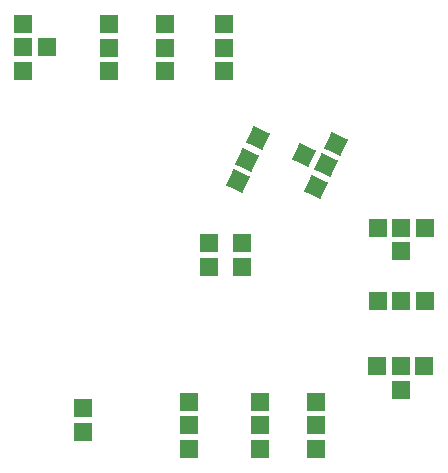
<source format=gbp>
G04 Layer: BottomPasteMaskLayer*
G04 EasyEDA v6.5.42, 2024-06-23 11:48:01*
G04 8461acd9e52441dfa5b1607b254f294a,2865ae9118a24060a17af6d01c9bcc73,10*
G04 Gerber Generator version 0.2*
G04 Scale: 100 percent, Rotated: No, Reflected: No *
G04 Dimensions in millimeters *
G04 leading zeros omitted , absolute positions ,4 integer and 5 decimal *
%FSLAX45Y45*%
%MOMM*%

%AMMACRO1*21,1,$1,$2,0,0,$3*%
%ADD10MACRO1,1.524X1.524X90.0000*%
%ADD11MACRO1,1.524X1.524X-90.0000*%
%ADD12MACRO1,1.524X1.524X0.0000*%
%ADD13MACRO1,1.5241X1.5241X64.9981*%
%ADD14MACRO1,1.524X1.524X65.0068*%
%ADD15MACRO1,1.5238X1.5241X64.9941*%
%ADD16MACRO1,1.5241X1.5241X-115.0019*%
%ADD17MACRO1,1.524X1.5238X-114.9932*%
%ADD18MACRO1,1.5241X1.524X-115.0019*%

%LPD*%
D10*
G01*
X-397344Y-2781518D03*
G01*
X-394855Y-2579029D03*
G01*
X-397344Y-2381519D03*
D11*
G01*
X50812Y-1241389D03*
G01*
X50812Y-1041389D03*
G01*
X-228587Y-1041389D03*
G01*
X-228587Y-1241389D03*
D10*
G01*
X677583Y-2781518D03*
G01*
X680072Y-2579029D03*
G01*
X677583Y-2381519D03*
G01*
X202603Y-2781518D03*
G01*
X205092Y-2579029D03*
G01*
X202603Y-2381519D03*
D12*
G01*
X1602498Y-1531482D03*
G01*
X1400009Y-1528993D03*
G01*
X1202499Y-1531482D03*
D11*
G01*
X-597496Y818626D03*
G01*
X-599986Y616137D03*
G01*
X-597496Y418627D03*
G01*
X-1072476Y818626D03*
G01*
X-1074966Y616137D03*
G01*
X-1072476Y418627D03*
G01*
X-97370Y818626D03*
G01*
X-99860Y616137D03*
G01*
X-97370Y418627D03*
D12*
G01*
X1402499Y-1106388D03*
G01*
X1202499Y-906388D03*
G01*
X1402499Y-906388D03*
G01*
X1602498Y-906388D03*
D11*
G01*
X-1597393Y618627D03*
G01*
X-1797392Y418627D03*
G01*
X-1797392Y618627D03*
G01*
X-1797392Y818626D03*
D12*
G01*
X1397012Y-2282789D03*
G01*
X1197013Y-2082789D03*
G01*
X1397012Y-2082789D03*
G01*
X1597012Y-2082789D03*
D11*
G01*
X-1295387Y-2638389D03*
G01*
X-1295387Y-2438389D03*
D13*
G01*
X580732Y-296484D03*
G01*
X846518Y-199735D03*
D14*
G01*
X762000Y-381002D03*
D15*
G01*
X677481Y-562256D03*
D16*
G01*
X186118Y-148935D03*
D17*
G01*
X98285Y-331409D03*
D18*
G01*
X17081Y-511456D03*
M02*

</source>
